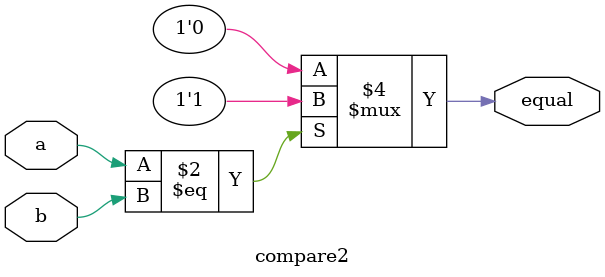
<source format=v>
module compare1(equal,a,b);
input a,b;
output equal;
assign  equal = (a==b)? 1 : 0;  
//a等于b时，equal输出为1；a不等于b时，equal输出为0。
//
endmodule


module compare2(equal,a,b);
input a,b;
output equal;
reg equal;
always @(a or b)
	if(a==b)   //a等于b时，equal输出为1；
		equal =1;
	else      //a不等于b时，equal输出为0。
		equal = 0;  //思考：如果不写else 部分会产生什么逻辑？
endmodule

</source>
